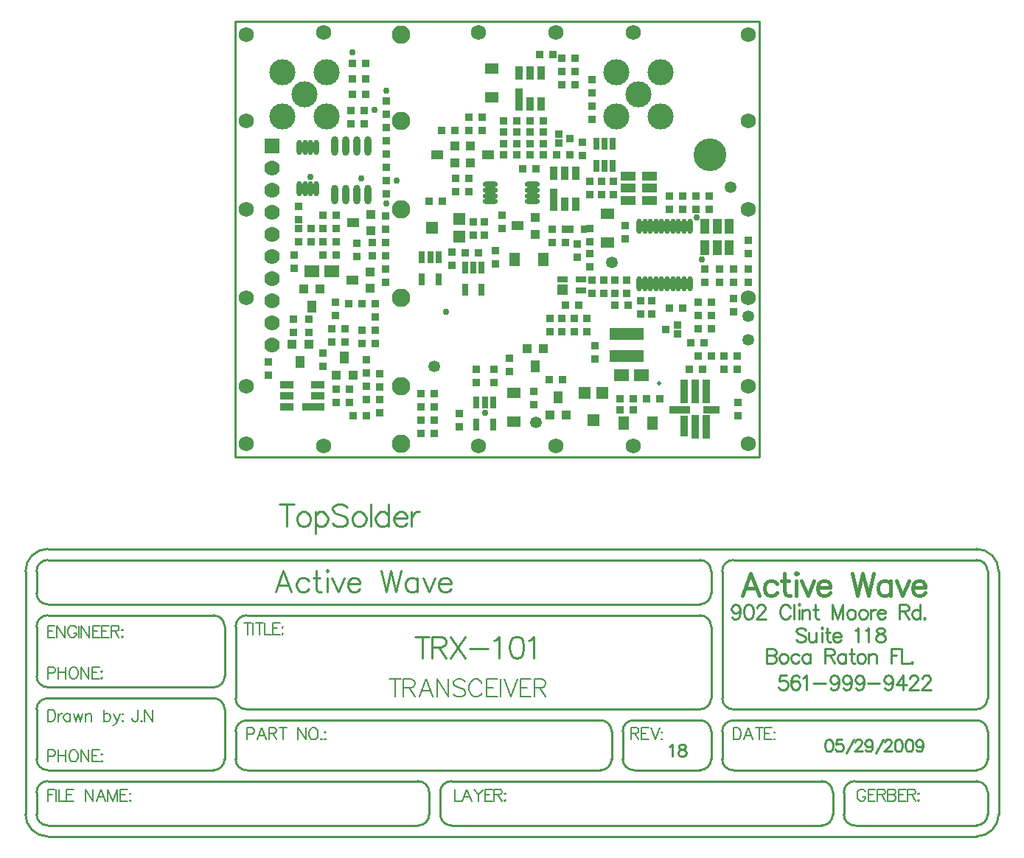
<source format=gts>
%FSLAX23Y23*%
%MOIN*%
G70*
G01*
G75*
G04 Layer_Color=8388736*
%ADD10R,0.030X0.030*%
%ADD11R,0.030X0.030*%
%ADD12R,0.025X0.055*%
%ADD13R,0.025X0.095*%
%ADD14R,0.040X0.055*%
%ADD15R,0.055X0.040*%
%ADD16R,0.036X0.050*%
%ADD17R,0.036X0.036*%
%ADD18R,0.060X0.050*%
%ADD19R,0.150X0.050*%
%ADD20C,0.012*%
%ADD21R,0.024X0.024*%
%ADD22R,0.036X0.036*%
%ADD23R,0.050X0.036*%
%ADD24R,0.047X0.047*%
%ADD25R,0.047X0.047*%
%ADD26R,0.039X0.039*%
%ADD27R,0.039X0.020*%
%ADD28O,0.016X0.060*%
%ADD29R,0.020X0.050*%
%ADD30O,0.016X0.060*%
%ADD31O,0.024X0.080*%
%ADD32O,0.060X0.016*%
%ADD33R,0.059X0.031*%
%ADD34R,0.031X0.059*%
%ADD35R,0.090X0.024*%
%ADD36R,0.024X0.100*%
%ADD37R,0.070X0.024*%
%ADD38R,0.024X0.090*%
%ADD39R,0.055X0.025*%
%ADD40R,0.095X0.025*%
%ADD41R,0.020X0.030*%
%ADD42C,0.014*%
%ADD43C,0.012*%
%ADD44C,0.010*%
%ADD45C,0.030*%
%ADD46C,0.020*%
%ADD47C,0.008*%
%ADD48C,0.009*%
%ADD49C,0.005*%
%ADD50C,0.015*%
%ADD51C,0.045*%
%ADD52C,0.075*%
%ADD53C,0.140*%
%ADD54C,0.060*%
%ADD55C,0.062*%
%ADD56R,0.062X0.062*%
%ADD57C,0.110*%
%ADD58C,0.022*%
%ADD59C,0.010*%
%ADD60C,0.006*%
%ADD61R,0.038X0.038*%
%ADD62R,0.038X0.038*%
%ADD63R,0.033X0.063*%
%ADD64R,0.033X0.103*%
%ADD65R,0.048X0.063*%
%ADD66R,0.063X0.048*%
%ADD67R,0.044X0.058*%
%ADD68R,0.044X0.044*%
%ADD69R,0.068X0.058*%
%ADD70R,0.158X0.058*%
%ADD71C,0.020*%
%ADD72R,0.032X0.032*%
%ADD73R,0.044X0.044*%
%ADD74R,0.058X0.044*%
%ADD75R,0.055X0.055*%
%ADD76R,0.055X0.055*%
%ADD77R,0.047X0.047*%
%ADD78R,0.047X0.028*%
%ADD79O,0.024X0.068*%
%ADD80R,0.028X0.058*%
%ADD81O,0.024X0.068*%
%ADD82O,0.032X0.088*%
%ADD83O,0.068X0.024*%
%ADD84R,0.067X0.039*%
%ADD85R,0.039X0.067*%
%ADD86R,0.098X0.032*%
%ADD87R,0.032X0.108*%
%ADD88R,0.078X0.032*%
%ADD89R,0.032X0.098*%
%ADD90R,0.063X0.033*%
%ADD91R,0.103X0.033*%
%ADD92R,0.028X0.038*%
%ADD93C,0.053*%
%ADD94C,0.083*%
%ADD95C,0.148*%
%ADD96C,0.068*%
%ADD97C,0.070*%
%ADD98R,0.070X0.070*%
%ADD99C,0.118*%
%ADD100C,0.030*%
D44*
X183Y-275D02*
Y-375D01*
X150Y-275D02*
X217D01*
X252Y-308D02*
X243Y-313D01*
X233Y-323D01*
X229Y-337D01*
Y-346D01*
X233Y-361D01*
X243Y-370D01*
X252Y-375D01*
X267D01*
X276Y-370D01*
X286Y-361D01*
X290Y-346D01*
Y-337D01*
X286Y-323D01*
X276Y-313D01*
X267Y-308D01*
X252D01*
X312D02*
Y-408D01*
Y-323D02*
X322Y-313D01*
X331Y-308D01*
X346D01*
X355Y-313D01*
X365Y-323D01*
X369Y-337D01*
Y-346D01*
X365Y-361D01*
X355Y-370D01*
X346Y-375D01*
X331D01*
X322Y-370D01*
X312Y-361D01*
X458Y-289D02*
X448Y-280D01*
X434Y-275D01*
X415D01*
X400Y-280D01*
X391Y-289D01*
Y-299D01*
X396Y-308D01*
X400Y-313D01*
X410Y-318D01*
X439Y-327D01*
X448Y-332D01*
X453Y-337D01*
X458Y-346D01*
Y-361D01*
X448Y-370D01*
X434Y-375D01*
X415D01*
X400Y-370D01*
X391Y-361D01*
X504Y-308D02*
X494Y-313D01*
X485Y-323D01*
X480Y-337D01*
Y-346D01*
X485Y-361D01*
X494Y-370D01*
X504Y-375D01*
X518D01*
X528Y-370D01*
X537Y-361D01*
X542Y-346D01*
Y-337D01*
X537Y-323D01*
X528Y-313D01*
X518Y-308D01*
X504D01*
X564Y-275D02*
Y-375D01*
X642Y-275D02*
Y-375D01*
Y-323D02*
X632Y-313D01*
X623Y-308D01*
X608D01*
X599Y-313D01*
X589Y-323D01*
X585Y-337D01*
Y-346D01*
X589Y-361D01*
X599Y-370D01*
X608Y-375D01*
X623D01*
X632Y-370D01*
X642Y-361D01*
X668Y-337D02*
X726D01*
Y-327D01*
X721Y-318D01*
X716Y-313D01*
X707Y-308D01*
X692D01*
X683Y-313D01*
X673Y-323D01*
X668Y-337D01*
Y-346D01*
X673Y-361D01*
X683Y-370D01*
X692Y-375D01*
X707D01*
X716Y-370D01*
X726Y-361D01*
X747Y-308D02*
Y-375D01*
Y-337D02*
X752Y-323D01*
X761Y-313D01*
X771Y-308D01*
X785D01*
X2163Y1304D02*
G03*
X2163Y1304I-65J0D01*
G01*
X-50Y1910D02*
X2320D01*
Y-60D02*
Y1910D01*
X-50Y-60D02*
X2320D01*
X-50Y-60D02*
Y1910D01*
X3352Y-1301D02*
G03*
X3303Y-1252I-49J0D01*
G01*
X2202D02*
G03*
X2152Y-1302I0J-50D01*
G01*
X3302Y-1202D02*
G03*
X3352Y-1152I0J50D01*
G01*
X2152D02*
G03*
X2202Y-1202I50J0D01*
G01*
X-898Y-477D02*
G03*
X-998Y-577I0J-100D01*
G01*
Y-1676D02*
G03*
X-899Y-1777I101J0D01*
G01*
X3302Y-1777D02*
G03*
X3402Y-1677I0J100D01*
G01*
Y-577D02*
G03*
X3302Y-477I-100J0D01*
G01*
X3352Y-576D02*
G03*
X3301Y-527I-49J0D01*
G01*
X3302Y-1477D02*
G03*
X3352Y-1427I0J50D01*
G01*
X3352Y-1576D02*
G03*
X3302Y-1527I-50J-1D01*
G01*
Y-1727D02*
G03*
X3352Y-1677I0J50D01*
G01*
X2052Y-1477D02*
G03*
X2102Y-1427I0J50D01*
G01*
X2152Y-1428D02*
G03*
X2202Y-1477I49J0D01*
G01*
X2102Y-1301D02*
G03*
X2053Y-1252I-49J0D01*
G01*
X-948Y-1677D02*
G03*
X-899Y-1727I50J0D01*
G01*
X2053Y-1202D02*
G03*
X2102Y-1152I-1J50D01*
G01*
X-898Y-1527D02*
G03*
X-948Y-1577I0J-50D01*
G01*
X2102Y-827D02*
G03*
X2052Y-777I-50J0D01*
G01*
Y-727D02*
G03*
X2102Y-677I0J50D01*
G01*
X2202Y-527D02*
G03*
X2152Y-577I0J-50D01*
G01*
X2102D02*
G03*
X2052Y-527I-50J0D01*
G01*
X-898D02*
G03*
X-948Y-577I0J-50D01*
G01*
Y-677D02*
G03*
X-898Y-727I50J0D01*
G01*
Y-777D02*
G03*
X-948Y-827I0J-50D01*
G01*
Y-1052D02*
G03*
X-898Y-1102I50J0D01*
G01*
Y-1152D02*
G03*
X-948Y-1202I0J-50D01*
G01*
Y-1427D02*
G03*
X-899Y-1477I50J0D01*
G01*
X2Y-777D02*
G03*
X-48Y-827I0J-50D01*
G01*
X2Y-1252D02*
G03*
X-48Y-1302I0J-50D01*
G01*
X1750Y-1252D02*
G03*
X1702Y-1302I0J-48D01*
G01*
X1702Y-1426D02*
G03*
X1752Y-1477I51J0D01*
G01*
X1603Y-1477D02*
G03*
X1652Y-1427I0J49D01*
G01*
X1652Y-1301D02*
G03*
X1603Y-1252I-49J0D01*
G01*
X-147Y-1477D02*
G03*
X-98Y-1428I0J49D01*
G01*
X-48D02*
G03*
X1Y-1477I49J0D01*
G01*
X-48Y-1153D02*
G03*
X1Y-1202I49J0D01*
G01*
X-98Y-1201D02*
G03*
X-149Y-1152I-49J0D01*
G01*
X-146Y-1102D02*
G03*
X-98Y-1054I0J48D01*
G01*
Y-826D02*
G03*
X-147Y-777I-49J0D01*
G01*
X2752Y-1527D02*
G03*
X2702Y-1577I0J-50D01*
G01*
Y-1678D02*
G03*
X2752Y-1727I49J0D01*
G01*
X2603Y-1727D02*
G03*
X2652Y-1677I1J48D01*
G01*
X2652Y-1577D02*
G03*
X2602Y-1527I-50J0D01*
G01*
X877Y-1677D02*
G03*
X926Y-1727I50J0D01*
G01*
X927Y-1527D02*
G03*
X877Y-1577I0J-50D01*
G01*
X778Y-1727D02*
G03*
X827Y-1677I1J48D01*
G01*
X827Y-1577D02*
G03*
X777Y-1527I-50J0D01*
G01*
X3352Y-1427D02*
Y-1301D01*
X2152Y-1427D02*
Y-1302D01*
X3352Y-1152D02*
Y-577D01*
X2152Y-1152D02*
Y-577D01*
X-998Y-1677D02*
Y-577D01*
X-948Y-1677D02*
Y-1577D01*
X3352Y-1677D02*
Y-1577D01*
X2102Y-1427D02*
Y-1302D01*
X1702Y-1427D02*
Y-1302D01*
X-48Y-1427D02*
Y-1302D01*
X1652Y-1427D02*
Y-1302D01*
X-48Y-1152D02*
Y-827D01*
X2102Y-1152D02*
Y-827D01*
Y-677D02*
Y-577D01*
X-948Y-677D02*
Y-577D01*
X-98Y-1052D02*
Y-827D01*
X-948Y-1052D02*
Y-827D01*
X-98Y-1427D02*
Y-1202D01*
X-948Y-1427D02*
Y-1202D01*
X3402Y-1677D02*
Y-577D01*
X2702Y-1677D02*
Y-1577D01*
X2652Y-1677D02*
Y-1577D01*
X877Y-1677D02*
Y-1577D01*
X827Y-1677D02*
Y-1577D01*
X2202Y-1252D02*
X3302D01*
X2202Y-1202D02*
X3302D01*
X2D02*
X2052D01*
X2202Y-527D02*
X3302D01*
X2202Y-1477D02*
X3302D01*
X1752Y-1252D02*
X2052D01*
X1752Y-1477D02*
X2052D01*
X2D02*
X1602D01*
X2Y-1252D02*
X1602D01*
X2Y-777D02*
X2052D01*
X-898Y-727D02*
X2052D01*
X-898Y-777D02*
X-148D01*
X-898Y-1102D02*
X-148D01*
X-898Y-1152D02*
X-148D01*
X-898Y-1477D02*
X-148D01*
X-898Y-477D02*
X3302D01*
X-898Y-1777D02*
X3302D01*
X-898Y-527D02*
X2052D01*
X2752Y-1527D02*
X3302D01*
X2752Y-1727D02*
X3302D01*
X927Y-1527D02*
X2602D01*
X-898D02*
X777D01*
X-898Y-1727D02*
X777D01*
X927D02*
X2602D01*
X2353Y-929D02*
Y-993D01*
Y-929D02*
X2380D01*
X2389Y-932D01*
X2392Y-935D01*
X2396Y-941D01*
Y-947D01*
X2392Y-953D01*
X2389Y-956D01*
X2380Y-959D01*
X2353D02*
X2380D01*
X2389Y-962D01*
X2392Y-965D01*
X2396Y-971D01*
Y-981D01*
X2392Y-987D01*
X2389Y-990D01*
X2380Y-993D01*
X2353D01*
X2425Y-950D02*
X2419Y-953D01*
X2413Y-959D01*
X2410Y-968D01*
Y-974D01*
X2413Y-984D01*
X2419Y-990D01*
X2425Y-993D01*
X2434D01*
X2440Y-990D01*
X2446Y-984D01*
X2449Y-974D01*
Y-968D01*
X2446Y-959D01*
X2440Y-953D01*
X2434Y-950D01*
X2425D01*
X2500Y-959D02*
X2494Y-953D01*
X2488Y-950D01*
X2479D01*
X2473Y-953D01*
X2467Y-959D01*
X2463Y-968D01*
Y-974D01*
X2467Y-984D01*
X2473Y-990D01*
X2479Y-993D01*
X2488D01*
X2494Y-990D01*
X2500Y-984D01*
X2550Y-950D02*
Y-993D01*
Y-959D02*
X2544Y-953D01*
X2538Y-950D01*
X2529D01*
X2523Y-953D01*
X2517Y-959D01*
X2514Y-968D01*
Y-974D01*
X2517Y-984D01*
X2523Y-990D01*
X2529Y-993D01*
X2538D01*
X2544Y-990D01*
X2550Y-984D01*
X2618Y-929D02*
Y-993D01*
Y-929D02*
X2645D01*
X2654Y-932D01*
X2657Y-935D01*
X2660Y-941D01*
Y-947D01*
X2657Y-953D01*
X2654Y-956D01*
X2645Y-959D01*
X2618D01*
X2639D02*
X2660Y-993D01*
X2711Y-950D02*
Y-993D01*
Y-959D02*
X2705Y-953D01*
X2699Y-950D01*
X2690D01*
X2684Y-953D01*
X2678Y-959D01*
X2675Y-968D01*
Y-974D01*
X2678Y-984D01*
X2684Y-990D01*
X2690Y-993D01*
X2699D01*
X2705Y-990D01*
X2711Y-984D01*
X2737Y-929D02*
Y-981D01*
X2740Y-990D01*
X2747Y-993D01*
X2753D01*
X2728Y-950D02*
X2750D01*
X2777D02*
X2771Y-953D01*
X2765Y-959D01*
X2762Y-968D01*
Y-974D01*
X2765Y-984D01*
X2771Y-990D01*
X2777Y-993D01*
X2786D01*
X2792Y-990D01*
X2798Y-984D01*
X2801Y-974D01*
Y-968D01*
X2798Y-959D01*
X2792Y-953D01*
X2786Y-950D01*
X2777D01*
X2815D02*
Y-993D01*
Y-962D02*
X2825Y-953D01*
X2831Y-950D01*
X2840D01*
X2846Y-953D01*
X2849Y-962D01*
Y-993D01*
X2916Y-929D02*
Y-993D01*
Y-929D02*
X2956D01*
X2916Y-959D02*
X2940D01*
X2963Y-929D02*
Y-993D01*
X2999D01*
X3009Y-987D02*
X3006Y-990D01*
X3009Y-993D01*
X3013Y-990D01*
X3009Y-987D01*
X2232Y-750D02*
X2229Y-759D01*
X2223Y-765D01*
X2214Y-768D01*
X2211D01*
X2202Y-765D01*
X2196Y-759D01*
X2193Y-750D01*
Y-747D01*
X2196Y-738D01*
X2202Y-732D01*
X2211Y-729D01*
X2214D01*
X2223Y-732D01*
X2229Y-738D01*
X2232Y-750D01*
Y-765D01*
X2229Y-781D01*
X2223Y-790D01*
X2214Y-793D01*
X2208D01*
X2199Y-790D01*
X2196Y-784D01*
X2268Y-729D02*
X2259Y-732D01*
X2253Y-741D01*
X2250Y-756D01*
Y-765D01*
X2253Y-781D01*
X2259Y-790D01*
X2268Y-793D01*
X2274D01*
X2283Y-790D01*
X2289Y-781D01*
X2292Y-765D01*
Y-756D01*
X2289Y-741D01*
X2283Y-732D01*
X2274Y-729D01*
X2268D01*
X2310Y-744D02*
Y-741D01*
X2313Y-735D01*
X2316Y-732D01*
X2322Y-729D01*
X2334D01*
X2340Y-732D01*
X2343Y-735D01*
X2346Y-741D01*
Y-747D01*
X2343Y-753D01*
X2337Y-762D01*
X2307Y-793D01*
X2349D01*
X2460Y-744D02*
X2457Y-738D01*
X2451Y-732D01*
X2445Y-729D01*
X2432D01*
X2426Y-732D01*
X2420Y-738D01*
X2417Y-744D01*
X2414Y-753D01*
Y-768D01*
X2417Y-777D01*
X2420Y-784D01*
X2426Y-790D01*
X2432Y-793D01*
X2445D01*
X2451Y-790D01*
X2457Y-784D01*
X2460Y-777D01*
X2478Y-729D02*
Y-793D01*
X2497Y-729D02*
X2500Y-732D01*
X2503Y-729D01*
X2500Y-726D01*
X2497Y-729D01*
X2500Y-750D02*
Y-793D01*
X2515Y-750D02*
Y-793D01*
Y-762D02*
X2524Y-753D01*
X2530Y-750D01*
X2539D01*
X2545Y-753D01*
X2548Y-762D01*
Y-793D01*
X2574Y-729D02*
Y-781D01*
X2577Y-790D01*
X2583Y-793D01*
X2589D01*
X2565Y-750D02*
X2586D01*
X2649Y-729D02*
Y-793D01*
Y-729D02*
X2673Y-793D01*
X2697Y-729D02*
X2673Y-793D01*
X2697Y-729D02*
Y-793D01*
X2731Y-750D02*
X2725Y-753D01*
X2719Y-759D01*
X2716Y-768D01*
Y-774D01*
X2719Y-784D01*
X2725Y-790D01*
X2731Y-793D01*
X2740D01*
X2746Y-790D01*
X2752Y-784D01*
X2755Y-774D01*
Y-768D01*
X2752Y-759D01*
X2746Y-753D01*
X2740Y-750D01*
X2731D01*
X2785D02*
X2778Y-753D01*
X2772Y-759D01*
X2769Y-768D01*
Y-774D01*
X2772Y-784D01*
X2778Y-790D01*
X2785Y-793D01*
X2794D01*
X2800Y-790D01*
X2806Y-784D01*
X2809Y-774D01*
Y-768D01*
X2806Y-759D01*
X2800Y-753D01*
X2794Y-750D01*
X2785D01*
X2823D02*
Y-793D01*
Y-768D02*
X2826Y-759D01*
X2832Y-753D01*
X2838Y-750D01*
X2847D01*
X2853Y-768D02*
X2890D01*
Y-762D01*
X2887Y-756D01*
X2884Y-753D01*
X2878Y-750D01*
X2868D01*
X2862Y-753D01*
X2856Y-759D01*
X2853Y-768D01*
Y-774D01*
X2856Y-784D01*
X2862Y-790D01*
X2868Y-793D01*
X2878D01*
X2884Y-790D01*
X2890Y-784D01*
X2954Y-729D02*
Y-793D01*
Y-729D02*
X2981D01*
X2990Y-732D01*
X2993Y-735D01*
X2996Y-741D01*
Y-747D01*
X2993Y-753D01*
X2990Y-756D01*
X2981Y-759D01*
X2954D01*
X2975D02*
X2996Y-793D01*
X3047Y-729D02*
Y-793D01*
Y-759D02*
X3041Y-753D01*
X3035Y-750D01*
X3026D01*
X3020Y-753D01*
X3014Y-759D01*
X3011Y-768D01*
Y-774D01*
X3014Y-784D01*
X3020Y-790D01*
X3026Y-793D01*
X3035D01*
X3041Y-790D01*
X3047Y-784D01*
X3067Y-787D02*
X3064Y-790D01*
X3067Y-793D01*
X3070Y-790D01*
X3067Y-787D01*
X2444Y-1049D02*
X2414D01*
X2411Y-1076D01*
X2414Y-1073D01*
X2423Y-1070D01*
X2432D01*
X2441Y-1073D01*
X2447Y-1079D01*
X2451Y-1088D01*
Y-1094D01*
X2447Y-1104D01*
X2441Y-1110D01*
X2432Y-1113D01*
X2423D01*
X2414Y-1110D01*
X2411Y-1107D01*
X2408Y-1101D01*
X2501Y-1058D02*
X2498Y-1052D01*
X2489Y-1049D01*
X2483D01*
X2474Y-1052D01*
X2468Y-1061D01*
X2465Y-1076D01*
Y-1091D01*
X2468Y-1104D01*
X2474Y-1110D01*
X2483Y-1113D01*
X2486D01*
X2495Y-1110D01*
X2501Y-1104D01*
X2504Y-1094D01*
Y-1091D01*
X2501Y-1082D01*
X2495Y-1076D01*
X2486Y-1073D01*
X2483D01*
X2474Y-1076D01*
X2468Y-1082D01*
X2465Y-1091D01*
X2518Y-1061D02*
X2525Y-1058D01*
X2534Y-1049D01*
Y-1113D01*
X2565Y-1085D02*
X2620D01*
X2679Y-1070D02*
X2676Y-1079D01*
X2670Y-1085D01*
X2660Y-1088D01*
X2657D01*
X2648Y-1085D01*
X2642Y-1079D01*
X2639Y-1070D01*
Y-1067D01*
X2642Y-1058D01*
X2648Y-1052D01*
X2657Y-1049D01*
X2660D01*
X2670Y-1052D01*
X2676Y-1058D01*
X2679Y-1070D01*
Y-1085D01*
X2676Y-1101D01*
X2670Y-1110D01*
X2660Y-1113D01*
X2654D01*
X2645Y-1110D01*
X2642Y-1104D01*
X2736Y-1070D02*
X2733Y-1079D01*
X2727Y-1085D01*
X2717Y-1088D01*
X2714D01*
X2705Y-1085D01*
X2699Y-1079D01*
X2696Y-1070D01*
Y-1067D01*
X2699Y-1058D01*
X2705Y-1052D01*
X2714Y-1049D01*
X2717D01*
X2727Y-1052D01*
X2733Y-1058D01*
X2736Y-1070D01*
Y-1085D01*
X2733Y-1101D01*
X2727Y-1110D01*
X2717Y-1113D01*
X2711D01*
X2702Y-1110D01*
X2699Y-1104D01*
X2793Y-1070D02*
X2790Y-1079D01*
X2784Y-1085D01*
X2774Y-1088D01*
X2771D01*
X2762Y-1085D01*
X2756Y-1079D01*
X2753Y-1070D01*
Y-1067D01*
X2756Y-1058D01*
X2762Y-1052D01*
X2771Y-1049D01*
X2774D01*
X2784Y-1052D01*
X2790Y-1058D01*
X2793Y-1070D01*
Y-1085D01*
X2790Y-1101D01*
X2784Y-1110D01*
X2774Y-1113D01*
X2768D01*
X2759Y-1110D01*
X2756Y-1104D01*
X2810Y-1085D02*
X2865D01*
X2923Y-1070D02*
X2920Y-1079D01*
X2914Y-1085D01*
X2905Y-1088D01*
X2902D01*
X2893Y-1085D01*
X2887Y-1079D01*
X2884Y-1070D01*
Y-1067D01*
X2887Y-1058D01*
X2893Y-1052D01*
X2902Y-1049D01*
X2905D01*
X2914Y-1052D01*
X2920Y-1058D01*
X2923Y-1070D01*
Y-1085D01*
X2920Y-1101D01*
X2914Y-1110D01*
X2905Y-1113D01*
X2899D01*
X2890Y-1110D01*
X2887Y-1104D01*
X2971Y-1049D02*
X2941Y-1091D01*
X2986D01*
X2971Y-1049D02*
Y-1113D01*
X3001Y-1064D02*
Y-1061D01*
X3004Y-1055D01*
X3007Y-1052D01*
X3013Y-1049D01*
X3025D01*
X3031Y-1052D01*
X3034Y-1055D01*
X3037Y-1061D01*
Y-1067D01*
X3034Y-1073D01*
X3028Y-1082D01*
X2998Y-1113D01*
X3040D01*
X3058Y-1064D02*
Y-1061D01*
X3061Y-1055D01*
X3064Y-1052D01*
X3070Y-1049D01*
X3082D01*
X3088Y-1052D01*
X3091Y-1055D01*
X3094Y-1061D01*
Y-1067D01*
X3091Y-1073D01*
X3085Y-1082D01*
X3055Y-1113D01*
X3097D01*
X2531Y-843D02*
X2524Y-837D01*
X2515Y-834D01*
X2503D01*
X2494Y-837D01*
X2488Y-843D01*
Y-849D01*
X2491Y-855D01*
X2494Y-858D01*
X2500Y-861D01*
X2518Y-867D01*
X2524Y-870D01*
X2527Y-873D01*
X2531Y-879D01*
Y-889D01*
X2524Y-895D01*
X2515Y-898D01*
X2503D01*
X2494Y-895D01*
X2488Y-889D01*
X2545Y-855D02*
Y-886D01*
X2548Y-895D01*
X2554Y-898D01*
X2563D01*
X2569Y-895D01*
X2578Y-886D01*
Y-855D02*
Y-898D01*
X2601Y-834D02*
X2604Y-837D01*
X2607Y-834D01*
X2604Y-831D01*
X2601Y-834D01*
X2604Y-855D02*
Y-898D01*
X2628Y-834D02*
Y-886D01*
X2631Y-895D01*
X2637Y-898D01*
X2643D01*
X2619Y-855D02*
X2640D01*
X2652Y-873D02*
X2689D01*
Y-867D01*
X2686Y-861D01*
X2683Y-858D01*
X2676Y-855D01*
X2667D01*
X2661Y-858D01*
X2655Y-864D01*
X2652Y-873D01*
Y-879D01*
X2655Y-889D01*
X2661Y-895D01*
X2667Y-898D01*
X2676D01*
X2683Y-895D01*
X2689Y-889D01*
X2753Y-846D02*
X2759Y-843D01*
X2768Y-834D01*
Y-898D01*
X2800Y-846D02*
X2806Y-843D01*
X2815Y-834D01*
Y-898D01*
X2862Y-834D02*
X2853Y-837D01*
X2850Y-843D01*
Y-849D01*
X2853Y-855D01*
X2859Y-858D01*
X2871Y-861D01*
X2880Y-864D01*
X2886Y-870D01*
X2889Y-876D01*
Y-886D01*
X2886Y-892D01*
X2883Y-895D01*
X2874Y-898D01*
X2862D01*
X2853Y-895D01*
X2850Y-892D01*
X2846Y-886D01*
Y-876D01*
X2850Y-870D01*
X2856Y-864D01*
X2865Y-861D01*
X2877Y-858D01*
X2883Y-855D01*
X2886Y-849D01*
Y-843D01*
X2883Y-837D01*
X2874Y-834D01*
X2862D01*
D47*
X-490Y-1205D02*
Y-1245D01*
X-492Y-1253D01*
X-495Y-1255D01*
X-500Y-1258D01*
X-505D01*
X-510Y-1255D01*
X-513Y-1253D01*
X-515Y-1245D01*
Y-1240D01*
X-474Y-1253D02*
X-476Y-1255D01*
X-474Y-1258D01*
X-471Y-1255D01*
X-474Y-1253D01*
X-459Y-1205D02*
Y-1258D01*
Y-1205D02*
X-424Y-1258D01*
Y-1205D02*
Y-1258D01*
X675Y-1066D02*
Y-1146D01*
X648Y-1066D02*
X701D01*
X711D02*
Y-1146D01*
Y-1066D02*
X745D01*
X757Y-1070D01*
X760Y-1074D01*
X764Y-1081D01*
Y-1089D01*
X760Y-1096D01*
X757Y-1100D01*
X745Y-1104D01*
X711D01*
X738D02*
X764Y-1146D01*
X843D02*
X813Y-1066D01*
X782Y-1146D01*
X793Y-1119D02*
X832D01*
X862Y-1066D02*
Y-1146D01*
Y-1066D02*
X915Y-1146D01*
Y-1066D02*
Y-1146D01*
X990Y-1077D02*
X983Y-1070D01*
X971Y-1066D01*
X956D01*
X945Y-1070D01*
X937Y-1077D01*
Y-1085D01*
X941Y-1093D01*
X945Y-1096D01*
X952Y-1100D01*
X975Y-1108D01*
X983Y-1112D01*
X987Y-1116D01*
X990Y-1123D01*
Y-1135D01*
X983Y-1142D01*
X971Y-1146D01*
X956D01*
X945Y-1142D01*
X937Y-1135D01*
X1065Y-1085D02*
X1062Y-1077D01*
X1054Y-1070D01*
X1046Y-1066D01*
X1031D01*
X1024Y-1070D01*
X1016Y-1077D01*
X1012Y-1085D01*
X1008Y-1096D01*
Y-1116D01*
X1012Y-1127D01*
X1016Y-1135D01*
X1024Y-1142D01*
X1031Y-1146D01*
X1046D01*
X1054Y-1142D01*
X1062Y-1135D01*
X1065Y-1127D01*
X1137Y-1066D02*
X1088D01*
Y-1146D01*
X1137D01*
X1088Y-1104D02*
X1118D01*
X1151Y-1066D02*
Y-1146D01*
X1168Y-1066D02*
X1198Y-1146D01*
X1228Y-1066D02*
X1198Y-1146D01*
X1288Y-1066D02*
X1239D01*
Y-1146D01*
X1288D01*
X1239Y-1104D02*
X1269D01*
X1302Y-1066D02*
Y-1146D01*
Y-1066D02*
X1336D01*
X1347Y-1070D01*
X1351Y-1074D01*
X1355Y-1081D01*
Y-1089D01*
X1351Y-1096D01*
X1347Y-1100D01*
X1336Y-1104D01*
X1302D01*
X1328D02*
X1355Y-1146D01*
D48*
X1914Y-1371D02*
X1919Y-1369D01*
X1927Y-1361D01*
Y-1414D01*
X1966Y-1361D02*
X1958Y-1364D01*
X1956Y-1369D01*
Y-1374D01*
X1958Y-1379D01*
X1964Y-1381D01*
X1974Y-1384D01*
X1981Y-1386D01*
X1986Y-1392D01*
X1989Y-1397D01*
Y-1404D01*
X1986Y-1409D01*
X1984Y-1412D01*
X1976Y-1414D01*
X1966D01*
X1958Y-1412D01*
X1956Y-1409D01*
X1953Y-1404D01*
Y-1397D01*
X1956Y-1392D01*
X1961Y-1386D01*
X1969Y-1384D01*
X1979Y-1381D01*
X1984Y-1379D01*
X1986Y-1374D01*
Y-1369D01*
X1984Y-1364D01*
X1976Y-1361D01*
X1966D01*
X796Y-874D02*
Y-970D01*
X764Y-874D02*
X828D01*
X839D02*
Y-970D01*
Y-874D02*
X881D01*
X894Y-879D01*
X899Y-883D01*
X903Y-892D01*
Y-901D01*
X899Y-911D01*
X894Y-915D01*
X881Y-920D01*
X839D01*
X871D02*
X903Y-970D01*
X925Y-874D02*
X989Y-970D01*
Y-874D02*
X925Y-970D01*
X1010Y-929D02*
X1093D01*
X1121Y-892D02*
X1130Y-888D01*
X1144Y-874D01*
Y-970D01*
X1219Y-874D02*
X1205Y-879D01*
X1196Y-892D01*
X1191Y-915D01*
Y-929D01*
X1196Y-952D01*
X1205Y-965D01*
X1219Y-970D01*
X1228D01*
X1242Y-965D01*
X1251Y-952D01*
X1255Y-929D01*
Y-915D01*
X1251Y-892D01*
X1242Y-879D01*
X1228Y-874D01*
X1219D01*
X1277Y-892D02*
X1286Y-888D01*
X1300Y-874D01*
Y-970D01*
X205Y-672D02*
X168Y-576D01*
X132Y-672D01*
X145Y-640D02*
X191D01*
X282Y-622D02*
X273Y-612D01*
X264Y-608D01*
X250D01*
X241Y-612D01*
X232Y-622D01*
X227Y-635D01*
Y-644D01*
X232Y-658D01*
X241Y-667D01*
X250Y-672D01*
X264D01*
X273Y-667D01*
X282Y-658D01*
X316Y-576D02*
Y-654D01*
X321Y-667D01*
X330Y-672D01*
X339D01*
X303Y-608D02*
X335D01*
X362Y-576D02*
X367Y-580D01*
X371Y-576D01*
X367Y-571D01*
X362Y-576D01*
X367Y-608D02*
Y-672D01*
X388Y-608D02*
X416Y-672D01*
X443Y-608D02*
X416Y-672D01*
X459Y-635D02*
X513D01*
Y-626D01*
X509Y-617D01*
X504Y-612D01*
X495Y-608D01*
X481D01*
X472Y-612D01*
X463Y-622D01*
X459Y-635D01*
Y-644D01*
X463Y-658D01*
X472Y-667D01*
X481Y-672D01*
X495D01*
X504Y-667D01*
X513Y-658D01*
X609Y-576D02*
X632Y-672D01*
X655Y-576D02*
X632Y-672D01*
X655Y-576D02*
X678Y-672D01*
X701Y-576D02*
X678Y-672D01*
X775Y-608D02*
Y-672D01*
Y-622D02*
X766Y-612D01*
X757Y-608D01*
X743D01*
X734Y-612D01*
X725Y-622D01*
X720Y-635D01*
Y-644D01*
X725Y-658D01*
X734Y-667D01*
X743Y-672D01*
X757D01*
X766Y-667D01*
X775Y-658D01*
X800Y-608D02*
X828Y-672D01*
X855Y-608D02*
X828Y-672D01*
X871Y-635D02*
X926D01*
Y-626D01*
X921Y-617D01*
X917Y-612D01*
X907Y-608D01*
X894D01*
X885Y-612D01*
X875Y-622D01*
X871Y-635D01*
Y-644D01*
X875Y-658D01*
X885Y-667D01*
X894Y-672D01*
X907D01*
X917Y-667D01*
X926Y-658D01*
X2632Y-1339D02*
X2624Y-1342D01*
X2619Y-1349D01*
X2617Y-1362D01*
Y-1370D01*
X2619Y-1382D01*
X2624Y-1390D01*
X2632Y-1392D01*
X2637D01*
X2644Y-1390D01*
X2650Y-1382D01*
X2652Y-1370D01*
Y-1362D01*
X2650Y-1349D01*
X2644Y-1342D01*
X2637Y-1339D01*
X2632D01*
X2695D02*
X2669D01*
X2667Y-1362D01*
X2669Y-1359D01*
X2677Y-1357D01*
X2684D01*
X2692Y-1359D01*
X2697Y-1364D01*
X2700Y-1372D01*
Y-1377D01*
X2697Y-1385D01*
X2692Y-1390D01*
X2684Y-1392D01*
X2677D01*
X2669Y-1390D01*
X2667Y-1387D01*
X2664Y-1382D01*
X2712Y-1400D02*
X2747Y-1339D01*
X2753Y-1352D02*
Y-1349D01*
X2756Y-1344D01*
X2758Y-1342D01*
X2763Y-1339D01*
X2773D01*
X2779Y-1342D01*
X2781Y-1344D01*
X2784Y-1349D01*
Y-1354D01*
X2781Y-1359D01*
X2776Y-1367D01*
X2751Y-1392D01*
X2786D01*
X2831Y-1357D02*
X2829Y-1364D01*
X2823Y-1370D01*
X2816Y-1372D01*
X2813D01*
X2806Y-1370D01*
X2801Y-1364D01*
X2798Y-1357D01*
Y-1354D01*
X2801Y-1347D01*
X2806Y-1342D01*
X2813Y-1339D01*
X2816D01*
X2823Y-1342D01*
X2829Y-1347D01*
X2831Y-1357D01*
Y-1370D01*
X2829Y-1382D01*
X2823Y-1390D01*
X2816Y-1392D01*
X2811D01*
X2803Y-1390D01*
X2801Y-1385D01*
X2846Y-1400D02*
X2881Y-1339D01*
X2887Y-1352D02*
Y-1349D01*
X2890Y-1344D01*
X2892Y-1342D01*
X2897Y-1339D01*
X2908D01*
X2913Y-1342D01*
X2915Y-1344D01*
X2918Y-1349D01*
Y-1354D01*
X2915Y-1359D01*
X2910Y-1367D01*
X2885Y-1392D01*
X2920D01*
X2947Y-1339D02*
X2940Y-1342D01*
X2935Y-1349D01*
X2932Y-1362D01*
Y-1370D01*
X2935Y-1382D01*
X2940Y-1390D01*
X2947Y-1392D01*
X2952D01*
X2960Y-1390D01*
X2965Y-1382D01*
X2968Y-1370D01*
Y-1362D01*
X2965Y-1349D01*
X2960Y-1342D01*
X2952Y-1339D01*
X2947D01*
X2995D02*
X2987Y-1342D01*
X2982Y-1349D01*
X2980Y-1362D01*
Y-1370D01*
X2982Y-1382D01*
X2987Y-1390D01*
X2995Y-1392D01*
X3000D01*
X3008Y-1390D01*
X3013Y-1382D01*
X3015Y-1370D01*
Y-1362D01*
X3013Y-1349D01*
X3008Y-1342D01*
X3000Y-1339D01*
X2995D01*
X3060Y-1357D02*
X3058Y-1364D01*
X3053Y-1370D01*
X3045Y-1372D01*
X3042D01*
X3035Y-1370D01*
X3030Y-1364D01*
X3027Y-1357D01*
Y-1354D01*
X3030Y-1347D01*
X3035Y-1342D01*
X3042Y-1339D01*
X3045D01*
X3053Y-1342D01*
X3058Y-1347D01*
X3060Y-1357D01*
Y-1370D01*
X3058Y-1382D01*
X3053Y-1390D01*
X3045Y-1392D01*
X3040D01*
X3032Y-1390D01*
X3030Y-1385D01*
D49*
X2202Y-1286D02*
Y-1339D01*
Y-1286D02*
X2220D01*
X2227Y-1289D01*
X2232Y-1294D01*
X2235Y-1299D01*
X2237Y-1306D01*
Y-1319D01*
X2235Y-1327D01*
X2232Y-1332D01*
X2227Y-1337D01*
X2220Y-1339D01*
X2202D01*
X2290D02*
X2270Y-1286D01*
X2249Y-1339D01*
X2257Y-1322D02*
X2282D01*
X2320Y-1286D02*
Y-1339D01*
X2302Y-1286D02*
X2338D01*
X2377D02*
X2344D01*
Y-1339D01*
X2377D01*
X2344Y-1311D02*
X2365D01*
X2389Y-1304D02*
X2386Y-1306D01*
X2389Y-1309D01*
X2391Y-1306D01*
X2389Y-1304D01*
Y-1334D02*
X2386Y-1337D01*
X2389Y-1339D01*
X2391Y-1337D01*
X2389Y-1334D01*
X1739Y-1286D02*
Y-1339D01*
Y-1286D02*
X1762D01*
X1770Y-1289D01*
X1772Y-1291D01*
X1775Y-1296D01*
Y-1301D01*
X1772Y-1306D01*
X1770Y-1309D01*
X1762Y-1311D01*
X1739D01*
X1757D02*
X1775Y-1339D01*
X1820Y-1286D02*
X1787D01*
Y-1339D01*
X1820D01*
X1787Y-1311D02*
X1807D01*
X1829Y-1286D02*
X1849Y-1339D01*
X1869Y-1286D02*
X1849Y-1339D01*
X1879Y-1304D02*
X1876Y-1306D01*
X1879Y-1309D01*
X1881Y-1306D01*
X1879Y-1304D01*
Y-1334D02*
X1876Y-1337D01*
X1879Y-1339D01*
X1881Y-1337D01*
X1879Y-1334D01*
X-898Y-1039D02*
X-875D01*
X-868Y-1036D01*
X-865Y-1034D01*
X-863Y-1029D01*
Y-1021D01*
X-865Y-1016D01*
X-868Y-1014D01*
X-875Y-1011D01*
X-898D01*
Y-1064D01*
X-851Y-1011D02*
Y-1064D01*
X-815Y-1011D02*
Y-1064D01*
X-851Y-1036D02*
X-815D01*
X-785Y-1011D02*
X-790Y-1014D01*
X-795Y-1019D01*
X-798Y-1024D01*
X-800Y-1031D01*
Y-1044D01*
X-798Y-1052D01*
X-795Y-1057D01*
X-790Y-1062D01*
X-785Y-1064D01*
X-775D01*
X-770Y-1062D01*
X-765Y-1057D01*
X-762Y-1052D01*
X-760Y-1044D01*
Y-1031D01*
X-762Y-1024D01*
X-765Y-1019D01*
X-770Y-1014D01*
X-775Y-1011D01*
X-785D01*
X-747D02*
Y-1064D01*
Y-1011D02*
X-712Y-1064D01*
Y-1011D02*
Y-1064D01*
X-664Y-1011D02*
X-697D01*
Y-1064D01*
X-664D01*
X-697Y-1036D02*
X-677D01*
X-653Y-1029D02*
X-655Y-1031D01*
X-653Y-1034D01*
X-650Y-1031D01*
X-653Y-1029D01*
Y-1059D02*
X-655Y-1062D01*
X-653Y-1064D01*
X-650Y-1062D01*
X-653Y-1059D01*
X-898Y-1414D02*
X-875D01*
X-868Y-1411D01*
X-865Y-1409D01*
X-863Y-1404D01*
Y-1396D01*
X-865Y-1391D01*
X-868Y-1389D01*
X-875Y-1386D01*
X-898D01*
Y-1439D01*
X-851Y-1386D02*
Y-1439D01*
X-815Y-1386D02*
Y-1439D01*
X-851Y-1411D02*
X-815D01*
X-785Y-1386D02*
X-790Y-1389D01*
X-795Y-1394D01*
X-798Y-1399D01*
X-800Y-1406D01*
Y-1419D01*
X-798Y-1427D01*
X-795Y-1432D01*
X-790Y-1437D01*
X-785Y-1439D01*
X-775D01*
X-770Y-1437D01*
X-765Y-1432D01*
X-762Y-1427D01*
X-760Y-1419D01*
Y-1406D01*
X-762Y-1399D01*
X-765Y-1394D01*
X-770Y-1389D01*
X-775Y-1386D01*
X-785D01*
X-747D02*
Y-1439D01*
Y-1386D02*
X-712Y-1439D01*
Y-1386D02*
Y-1439D01*
X-664Y-1386D02*
X-697D01*
Y-1439D01*
X-664D01*
X-697Y-1411D02*
X-677D01*
X-653Y-1404D02*
X-655Y-1406D01*
X-653Y-1409D01*
X-650Y-1406D01*
X-653Y-1404D01*
Y-1434D02*
X-655Y-1437D01*
X-653Y-1439D01*
X-650Y-1437D01*
X-653Y-1434D01*
X942Y-1564D02*
Y-1617D01*
X972D01*
X1019D02*
X998Y-1564D01*
X978Y-1617D01*
X986Y-1599D02*
X1011D01*
X1031Y-1564D02*
X1051Y-1589D01*
Y-1617D01*
X1072Y-1564D02*
X1051Y-1589D01*
X1112Y-1564D02*
X1079D01*
Y-1617D01*
X1112D01*
X1079Y-1589D02*
X1099D01*
X1121Y-1564D02*
Y-1617D01*
Y-1564D02*
X1143D01*
X1151Y-1566D01*
X1154Y-1569D01*
X1156Y-1574D01*
Y-1579D01*
X1154Y-1584D01*
X1151Y-1586D01*
X1143Y-1589D01*
X1121D01*
X1138D02*
X1156Y-1617D01*
X1171Y-1581D02*
X1168Y-1584D01*
X1171Y-1586D01*
X1173Y-1584D01*
X1171Y-1581D01*
Y-1612D02*
X1168Y-1614D01*
X1171Y-1617D01*
X1173Y-1614D01*
X1171Y-1612D01*
X-865Y-824D02*
X-898D01*
Y-877D01*
X-865D01*
X-898Y-849D02*
X-878D01*
X-856Y-824D02*
Y-877D01*
Y-824D02*
X-821Y-877D01*
Y-824D02*
Y-877D01*
X-768Y-836D02*
X-771Y-831D01*
X-776Y-826D01*
X-781Y-824D01*
X-791D01*
X-796Y-826D01*
X-801Y-831D01*
X-804Y-836D01*
X-806Y-844D01*
Y-857D01*
X-804Y-864D01*
X-801Y-869D01*
X-796Y-874D01*
X-791Y-877D01*
X-781D01*
X-776Y-874D01*
X-771Y-869D01*
X-768Y-864D01*
Y-857D01*
X-781D02*
X-768D01*
X-756Y-824D02*
Y-877D01*
X-745Y-824D02*
Y-877D01*
Y-824D02*
X-709Y-877D01*
Y-824D02*
Y-877D01*
X-661Y-824D02*
X-694D01*
Y-877D01*
X-661D01*
X-694Y-849D02*
X-674D01*
X-619Y-824D02*
X-652D01*
Y-877D01*
X-619D01*
X-652Y-849D02*
X-632D01*
X-611Y-824D02*
Y-877D01*
Y-824D02*
X-588D01*
X-580Y-826D01*
X-578Y-829D01*
X-575Y-834D01*
Y-839D01*
X-578Y-844D01*
X-580Y-846D01*
X-588Y-849D01*
X-611D01*
X-593D02*
X-575Y-877D01*
X-561Y-841D02*
X-563Y-844D01*
X-561Y-846D01*
X-558Y-844D01*
X-561Y-841D01*
Y-872D02*
X-563Y-874D01*
X-561Y-877D01*
X-558Y-874D01*
X-561Y-872D01*
X2Y-1314D02*
X25D01*
X32Y-1311D01*
X35Y-1309D01*
X37Y-1304D01*
Y-1296D01*
X35Y-1291D01*
X32Y-1289D01*
X25Y-1286D01*
X2D01*
Y-1339D01*
X90D02*
X70Y-1286D01*
X49Y-1339D01*
X57Y-1322D02*
X82D01*
X102Y-1286D02*
Y-1339D01*
Y-1286D02*
X125D01*
X133Y-1289D01*
X135Y-1291D01*
X138Y-1296D01*
Y-1301D01*
X135Y-1306D01*
X133Y-1309D01*
X125Y-1311D01*
X102D01*
X120D02*
X138Y-1339D01*
X168Y-1286D02*
Y-1339D01*
X150Y-1286D02*
X185D01*
X234D02*
Y-1339D01*
Y-1286D02*
X269Y-1339D01*
Y-1286D02*
Y-1339D01*
X299Y-1286D02*
X294Y-1289D01*
X289Y-1294D01*
X286Y-1299D01*
X284Y-1306D01*
Y-1319D01*
X286Y-1327D01*
X289Y-1332D01*
X294Y-1337D01*
X299Y-1339D01*
X309D01*
X314Y-1337D01*
X319Y-1332D01*
X322Y-1327D01*
X325Y-1319D01*
Y-1306D01*
X322Y-1299D01*
X319Y-1294D01*
X314Y-1289D01*
X309Y-1286D01*
X299D01*
X339Y-1334D02*
X337Y-1337D01*
X339Y-1339D01*
X342Y-1337D01*
X339Y-1334D01*
X356Y-1304D02*
X354Y-1306D01*
X356Y-1309D01*
X359Y-1306D01*
X356Y-1304D01*
Y-1334D02*
X354Y-1337D01*
X356Y-1339D01*
X359Y-1337D01*
X356Y-1334D01*
X7Y-811D02*
Y-864D01*
X-11Y-811D02*
X25D01*
X31D02*
Y-864D01*
X60Y-811D02*
Y-864D01*
X42Y-811D02*
X78D01*
X84D02*
Y-864D01*
X115D01*
X154Y-811D02*
X121D01*
Y-864D01*
X154D01*
X121Y-836D02*
X141D01*
X165Y-829D02*
X162Y-831D01*
X165Y-834D01*
X168Y-831D01*
X165Y-829D01*
Y-859D02*
X162Y-862D01*
X165Y-864D01*
X168Y-862D01*
X165Y-859D01*
X-898Y-1204D02*
Y-1257D01*
Y-1204D02*
X-880D01*
X-873Y-1206D01*
X-868Y-1211D01*
X-865Y-1216D01*
X-863Y-1224D01*
Y-1237D01*
X-865Y-1244D01*
X-868Y-1249D01*
X-873Y-1254D01*
X-880Y-1257D01*
X-898D01*
X-851Y-1221D02*
Y-1257D01*
Y-1237D02*
X-848Y-1229D01*
X-843Y-1224D01*
X-838Y-1221D01*
X-830D01*
X-795D02*
Y-1257D01*
Y-1229D02*
X-800Y-1224D01*
X-805Y-1221D01*
X-813D01*
X-818Y-1224D01*
X-823Y-1229D01*
X-826Y-1237D01*
Y-1242D01*
X-823Y-1249D01*
X-818Y-1254D01*
X-813Y-1257D01*
X-805D01*
X-800Y-1254D01*
X-795Y-1249D01*
X-781Y-1221D02*
X-771Y-1257D01*
X-761Y-1221D02*
X-771Y-1257D01*
X-761Y-1221D02*
X-750Y-1257D01*
X-740Y-1221D02*
X-750Y-1257D01*
X-728Y-1221D02*
Y-1257D01*
Y-1232D02*
X-720Y-1224D01*
X-715Y-1221D01*
X-708D01*
X-702Y-1224D01*
X-700Y-1232D01*
Y-1257D01*
X-644Y-1204D02*
Y-1257D01*
Y-1229D02*
X-639Y-1224D01*
X-634Y-1221D01*
X-626D01*
X-621Y-1224D01*
X-616Y-1229D01*
X-614Y-1237D01*
Y-1242D01*
X-616Y-1249D01*
X-621Y-1254D01*
X-626Y-1257D01*
X-634D01*
X-639Y-1254D01*
X-644Y-1249D01*
X-600Y-1221D02*
X-584Y-1257D01*
X-569Y-1221D02*
X-584Y-1257D01*
X-589Y-1267D01*
X-595Y-1272D01*
X-600Y-1275D01*
X-602D01*
X-558Y-1221D02*
X-560Y-1224D01*
X-558Y-1226D01*
X-555Y-1224D01*
X-558Y-1221D01*
Y-1252D02*
X-560Y-1254D01*
X-558Y-1257D01*
X-555Y-1254D01*
X-558Y-1252D01*
X-898Y-1564D02*
Y-1617D01*
Y-1564D02*
X-865D01*
X-898Y-1589D02*
X-878D01*
X-859Y-1564D02*
Y-1617D01*
X-848Y-1564D02*
Y-1617D01*
X-817D01*
X-779Y-1564D02*
X-812D01*
Y-1617D01*
X-779D01*
X-812Y-1589D02*
X-791D01*
X-728Y-1564D02*
Y-1617D01*
Y-1564D02*
X-692Y-1617D01*
Y-1564D02*
Y-1617D01*
X-637D02*
X-657Y-1564D01*
X-678Y-1617D01*
X-670Y-1599D02*
X-645D01*
X-625Y-1564D02*
Y-1617D01*
Y-1564D02*
X-604Y-1617D01*
X-584Y-1564D02*
X-604Y-1617D01*
X-584Y-1564D02*
Y-1617D01*
X-536Y-1564D02*
X-569D01*
Y-1617D01*
X-536D01*
X-569Y-1589D02*
X-548D01*
X-524Y-1581D02*
X-527Y-1584D01*
X-524Y-1586D01*
X-522Y-1584D01*
X-524Y-1581D01*
Y-1612D02*
X-527Y-1614D01*
X-524Y-1617D01*
X-522Y-1614D01*
X-524Y-1612D01*
X2800Y-1576D02*
X2797Y-1571D01*
X2792Y-1566D01*
X2787Y-1564D01*
X2777D01*
X2772Y-1566D01*
X2767Y-1571D01*
X2764Y-1576D01*
X2762Y-1584D01*
Y-1597D01*
X2764Y-1604D01*
X2767Y-1609D01*
X2772Y-1614D01*
X2777Y-1617D01*
X2787D01*
X2792Y-1614D01*
X2797Y-1609D01*
X2800Y-1604D01*
Y-1597D01*
X2787D02*
X2800D01*
X2845Y-1564D02*
X2812D01*
Y-1617D01*
X2845D01*
X2812Y-1589D02*
X2832D01*
X2854Y-1564D02*
Y-1617D01*
Y-1564D02*
X2877D01*
X2884Y-1566D01*
X2887Y-1569D01*
X2889Y-1574D01*
Y-1579D01*
X2887Y-1584D01*
X2884Y-1586D01*
X2877Y-1589D01*
X2854D01*
X2872D02*
X2889Y-1617D01*
X2901Y-1564D02*
Y-1617D01*
Y-1564D02*
X2924D01*
X2932Y-1566D01*
X2934Y-1569D01*
X2937Y-1574D01*
Y-1579D01*
X2934Y-1584D01*
X2932Y-1586D01*
X2924Y-1589D01*
X2901D02*
X2924D01*
X2932Y-1592D01*
X2934Y-1594D01*
X2937Y-1599D01*
Y-1607D01*
X2934Y-1612D01*
X2932Y-1614D01*
X2924Y-1617D01*
X2901D01*
X2982Y-1564D02*
X2949D01*
Y-1617D01*
X2982D01*
X2949Y-1589D02*
X2969D01*
X2991Y-1564D02*
Y-1617D01*
Y-1564D02*
X3014D01*
X3021Y-1566D01*
X3024Y-1569D01*
X3026Y-1574D01*
Y-1579D01*
X3024Y-1584D01*
X3021Y-1586D01*
X3014Y-1589D01*
X2991D01*
X3009D02*
X3026Y-1617D01*
X3041Y-1581D02*
X3038Y-1584D01*
X3041Y-1586D01*
X3043Y-1584D01*
X3041Y-1581D01*
Y-1612D02*
X3038Y-1614D01*
X3041Y-1617D01*
X3043Y-1614D01*
X3041Y-1612D01*
D50*
X2319Y-688D02*
X2281Y-588D01*
X2243Y-688D01*
X2257Y-654D02*
X2305D01*
X2399Y-635D02*
X2390Y-626D01*
X2380Y-621D01*
X2366D01*
X2357Y-626D01*
X2347Y-635D01*
X2342Y-650D01*
Y-659D01*
X2347Y-673D01*
X2357Y-683D01*
X2366Y-688D01*
X2380D01*
X2390Y-683D01*
X2399Y-673D01*
X2435Y-588D02*
Y-669D01*
X2440Y-683D01*
X2449Y-688D01*
X2459D01*
X2421Y-621D02*
X2454D01*
X2483Y-588D02*
X2488Y-592D01*
X2492Y-588D01*
X2488Y-583D01*
X2483Y-588D01*
X2488Y-621D02*
Y-688D01*
X2510Y-621D02*
X2539Y-688D01*
X2567Y-621D02*
X2539Y-688D01*
X2583Y-650D02*
X2640D01*
Y-640D01*
X2636Y-631D01*
X2631Y-626D01*
X2621Y-621D01*
X2607D01*
X2598Y-626D01*
X2588Y-635D01*
X2583Y-650D01*
Y-659D01*
X2588Y-673D01*
X2598Y-683D01*
X2607Y-688D01*
X2621D01*
X2631Y-683D01*
X2640Y-673D01*
X2740Y-588D02*
X2764Y-688D01*
X2788Y-588D02*
X2764Y-688D01*
X2788Y-588D02*
X2812Y-688D01*
X2836Y-588D02*
X2812Y-688D01*
X2913Y-621D02*
Y-688D01*
Y-635D02*
X2903Y-626D01*
X2894Y-621D01*
X2879D01*
X2870Y-626D01*
X2860Y-635D01*
X2856Y-650D01*
Y-659D01*
X2860Y-673D01*
X2870Y-683D01*
X2879Y-688D01*
X2894D01*
X2903Y-683D01*
X2913Y-673D01*
X2939Y-621D02*
X2968Y-688D01*
X2997Y-621D02*
X2968Y-688D01*
X3013Y-650D02*
X3070D01*
Y-640D01*
X3065Y-631D01*
X3060Y-626D01*
X3051Y-621D01*
X3036D01*
X3027Y-626D01*
X3017Y-635D01*
X3013Y-650D01*
Y-659D01*
X3017Y-673D01*
X3027Y-683D01*
X3036Y-688D01*
X3051D01*
X3060Y-683D01*
X3070Y-673D01*
D61*
X480Y1720D02*
D03*
X540D02*
D03*
X480Y1650D02*
D03*
X540D02*
D03*
X480Y1580D02*
D03*
X540D02*
D03*
X1668Y625D02*
D03*
X1728D02*
D03*
X1008Y1414D02*
D03*
X1068D02*
D03*
X1689Y202D02*
D03*
X1749D02*
D03*
X1811D02*
D03*
X1871D02*
D03*
X1912Y611D02*
D03*
X1972D02*
D03*
X2003Y335D02*
D03*
X2063D02*
D03*
X2045Y520D02*
D03*
X2105D02*
D03*
X406Y1033D02*
D03*
X346D02*
D03*
X406Y853D02*
D03*
X346D02*
D03*
Y973D02*
D03*
X406D02*
D03*
X408Y246D02*
D03*
X468D02*
D03*
X1488Y1621D02*
D03*
X1428D02*
D03*
X1463Y1304D02*
D03*
X1403D02*
D03*
X1343Y1458D02*
D03*
X1283D02*
D03*
X1343Y1356D02*
D03*
X1283D02*
D03*
X1163Y1304D02*
D03*
X1223D02*
D03*
X2105Y640D02*
D03*
X2045D02*
D03*
X850Y165D02*
D03*
X790D02*
D03*
X850Y225D02*
D03*
X790D02*
D03*
X850Y105D02*
D03*
X790D02*
D03*
Y45D02*
D03*
X850D02*
D03*
X1505Y624D02*
D03*
X1445D02*
D03*
X2042Y396D02*
D03*
X2102D02*
D03*
X447Y460D02*
D03*
X387D02*
D03*
X406Y913D02*
D03*
X346D02*
D03*
X1283Y1304D02*
D03*
X1343D02*
D03*
X1430Y290D02*
D03*
X1370D02*
D03*
X1749Y151D02*
D03*
X1689D02*
D03*
X989Y861D02*
D03*
X1049D02*
D03*
X2221Y336D02*
D03*
X2161D02*
D03*
X2011Y456D02*
D03*
X2071D02*
D03*
X2161Y396D02*
D03*
X2221D02*
D03*
X2105Y580D02*
D03*
X2045D02*
D03*
X387Y520D02*
D03*
X447D02*
D03*
X464Y632D02*
D03*
X524D02*
D03*
X468Y186D02*
D03*
X408D02*
D03*
X569Y908D02*
D03*
X629D02*
D03*
X543Y126D02*
D03*
X483D02*
D03*
X1163Y1458D02*
D03*
X1223D02*
D03*
X1343Y1408D02*
D03*
X1283D02*
D03*
X1223D02*
D03*
X1163D02*
D03*
X1311Y1242D02*
D03*
X1251D02*
D03*
X1163Y1355D02*
D03*
X1223D02*
D03*
X1068Y1474D02*
D03*
X1008D02*
D03*
X882Y1414D02*
D03*
X942D02*
D03*
X1327Y1759D02*
D03*
X1387D02*
D03*
X888Y1096D02*
D03*
X828D02*
D03*
X629Y848D02*
D03*
X569D02*
D03*
D62*
X475Y1445D02*
D03*
Y1505D02*
D03*
X535Y1445D02*
D03*
Y1505D02*
D03*
X635Y1370D02*
D03*
Y1430D02*
D03*
Y1550D02*
D03*
Y1490D02*
D03*
X2075Y790D02*
D03*
Y730D02*
D03*
X2205Y655D02*
D03*
Y595D02*
D03*
Y730D02*
D03*
Y790D02*
D03*
X2270D02*
D03*
Y730D02*
D03*
X2140Y790D02*
D03*
Y730D02*
D03*
X2270Y920D02*
D03*
Y860D02*
D03*
X635Y1250D02*
D03*
Y1310D02*
D03*
X1616Y738D02*
D03*
Y678D02*
D03*
X1720D02*
D03*
Y738D02*
D03*
X1565Y678D02*
D03*
Y738D02*
D03*
X1784Y587D02*
D03*
Y647D02*
D03*
X1715Y927D02*
D03*
Y987D02*
D03*
X1912Y1058D02*
D03*
Y1118D02*
D03*
X1078Y942D02*
D03*
Y1002D02*
D03*
X1835Y587D02*
D03*
Y647D02*
D03*
X1552Y911D02*
D03*
Y971D02*
D03*
X1972Y1058D02*
D03*
Y1118D02*
D03*
X1578Y443D02*
D03*
Y383D02*
D03*
X1540Y564D02*
D03*
Y504D02*
D03*
X2032Y1058D02*
D03*
Y1118D02*
D03*
X2223Y184D02*
D03*
Y124D02*
D03*
X216Y793D02*
D03*
Y853D02*
D03*
X524Y452D02*
D03*
Y512D02*
D03*
X584D02*
D03*
Y452D02*
D03*
X542Y318D02*
D03*
Y378D02*
D03*
X603Y315D02*
D03*
Y255D02*
D03*
Y198D02*
D03*
Y138D02*
D03*
X1442Y970D02*
D03*
Y910D02*
D03*
X1661Y1184D02*
D03*
Y1124D02*
D03*
X1520Y1303D02*
D03*
Y1363D02*
D03*
X1428Y1741D02*
D03*
Y1681D02*
D03*
X236Y1013D02*
D03*
Y1073D02*
D03*
X1157Y1031D02*
D03*
Y971D02*
D03*
X1496Y843D02*
D03*
Y903D02*
D03*
X1428Y564D02*
D03*
Y504D02*
D03*
X1563Y1525D02*
D03*
Y1465D02*
D03*
X1606Y1184D02*
D03*
Y1124D02*
D03*
X1667Y678D02*
D03*
Y738D02*
D03*
X584Y572D02*
D03*
Y632D02*
D03*
X542Y258D02*
D03*
Y198D02*
D03*
X236Y912D02*
D03*
Y972D02*
D03*
X292Y912D02*
D03*
Y972D02*
D03*
X1564Y1585D02*
D03*
Y1645D02*
D03*
X1554Y1124D02*
D03*
Y1184D02*
D03*
X1552Y798D02*
D03*
Y858D02*
D03*
X2092Y1058D02*
D03*
Y1118D02*
D03*
X1028Y942D02*
D03*
Y1002D02*
D03*
X1484Y564D02*
D03*
Y504D02*
D03*
X1128Y871D02*
D03*
Y811D02*
D03*
X1372Y564D02*
D03*
Y504D02*
D03*
X930Y866D02*
D03*
Y806D02*
D03*
X1190Y325D02*
D03*
Y385D02*
D03*
X1300Y235D02*
D03*
Y175D02*
D03*
X214Y503D02*
D03*
Y563D02*
D03*
X283D02*
D03*
Y503D02*
D03*
X404Y640D02*
D03*
Y580D02*
D03*
X347Y348D02*
D03*
Y408D02*
D03*
X629Y728D02*
D03*
Y788D02*
D03*
X499Y907D02*
D03*
Y847D02*
D03*
X101Y308D02*
D03*
Y368D02*
D03*
X1488Y1681D02*
D03*
Y1741D02*
D03*
X1120Y335D02*
D03*
Y275D02*
D03*
X948Y1198D02*
D03*
Y1138D02*
D03*
X1382Y910D02*
D03*
Y970D02*
D03*
X629Y970D02*
D03*
Y1030D02*
D03*
X1040Y275D02*
D03*
Y335D02*
D03*
X964Y137D02*
D03*
Y77D02*
D03*
X1008Y1198D02*
D03*
Y1138D02*
D03*
X635Y1130D02*
D03*
Y1190D02*
D03*
D63*
X1390Y1221D02*
D03*
X1490D02*
D03*
X1440D02*
D03*
X1490Y1081D02*
D03*
X1440D02*
D03*
X1233Y1675D02*
D03*
X1333D02*
D03*
X1283D02*
D03*
X1333Y1535D02*
D03*
X1283D02*
D03*
D64*
X1390Y1101D02*
D03*
X1233Y1555D02*
D03*
D65*
X1344Y831D02*
D03*
X1214D02*
D03*
X1708Y92D02*
D03*
X1838D02*
D03*
D66*
X1632Y1038D02*
D03*
Y908D02*
D03*
X1210Y100D02*
D03*
Y230D02*
D03*
X1109Y1696D02*
D03*
Y1566D02*
D03*
D67*
X1307Y350D02*
D03*
X1410Y210D02*
D03*
X245Y369D02*
D03*
X296Y619D02*
D03*
X445Y390D02*
D03*
D68*
X1270Y430D02*
D03*
X1345D02*
D03*
X1447Y130D02*
D03*
X1372D02*
D03*
X208Y449D02*
D03*
X283D02*
D03*
X259Y699D02*
D03*
X334D02*
D03*
X482Y310D02*
D03*
X407D02*
D03*
D69*
X1697Y310D02*
D03*
X1787D02*
D03*
X296Y778D02*
D03*
X386D02*
D03*
D70*
X1719Y497D02*
D03*
Y397D02*
D03*
D71*
X1893Y513D02*
D03*
X1868Y272D02*
D03*
X1463Y1379D02*
D03*
X1488Y1621D02*
D03*
D72*
X1949Y535D02*
D03*
Y496D02*
D03*
X1898Y515D02*
D03*
X1412Y1360D02*
D03*
Y1399D02*
D03*
X1463Y1379D02*
D03*
D73*
X559Y777D02*
D03*
Y702D02*
D03*
X1013Y1269D02*
D03*
Y1344D02*
D03*
X942Y1344D02*
D03*
Y1269D02*
D03*
X564Y1037D02*
D03*
Y962D02*
D03*
X1307Y946D02*
D03*
Y1021D02*
D03*
D74*
X479Y740D02*
D03*
X1093Y1306D02*
D03*
X862Y1307D02*
D03*
X484Y1000D02*
D03*
X1227Y984D02*
D03*
D75*
X841Y975D02*
D03*
X963Y1015D02*
D03*
Y936D02*
D03*
D76*
X1570Y106D02*
D03*
X1531Y228D02*
D03*
X1609D02*
D03*
D77*
X1429Y697D02*
D03*
D78*
Y743D02*
D03*
X1515D02*
D03*
Y692D02*
D03*
D79*
X1776Y983D02*
D03*
X1930Y983D02*
D03*
X1955D02*
D03*
X1981D02*
D03*
X2006D02*
D03*
Y723D02*
D03*
X1955D02*
D03*
X1930D02*
D03*
X1904D02*
D03*
X1878D02*
D03*
X1853D02*
D03*
X1827D02*
D03*
X1802D02*
D03*
X1776D02*
D03*
X1904Y983D02*
D03*
X1827D02*
D03*
X1853D02*
D03*
X1878D02*
D03*
X1802D02*
D03*
X1981Y723D02*
D03*
D80*
X794Y841D02*
D03*
X832D02*
D03*
X794Y741D02*
D03*
X869Y841D02*
D03*
Y741D02*
D03*
X989Y795D02*
D03*
X1027D02*
D03*
X989Y695D02*
D03*
X1064Y795D02*
D03*
Y695D02*
D03*
X1658Y1254D02*
D03*
X1620D02*
D03*
X1658Y1354D02*
D03*
X1583Y1254D02*
D03*
Y1354D02*
D03*
X1620D02*
D03*
X1041Y187D02*
D03*
X1079D02*
D03*
X1041Y87D02*
D03*
X1116Y187D02*
D03*
Y87D02*
D03*
D81*
X317Y1152D02*
D03*
X291Y1339D02*
D03*
X266D02*
D03*
X317D02*
D03*
X240Y1152D02*
D03*
X266D02*
D03*
X240Y1339D02*
D03*
X291Y1152D02*
D03*
D82*
X551Y1125D02*
D03*
X451Y1345D02*
D03*
X551D02*
D03*
X501D02*
D03*
X401D02*
D03*
X501Y1125D02*
D03*
X451D02*
D03*
X401D02*
D03*
D83*
X1105Y1094D02*
D03*
X1292Y1120D02*
D03*
Y1146D02*
D03*
Y1094D02*
D03*
X1105Y1171D02*
D03*
Y1146D02*
D03*
X1292Y1171D02*
D03*
X1105Y1120D02*
D03*
D84*
X1726Y1154D02*
D03*
Y1209D02*
D03*
Y1098D02*
D03*
X1824Y1154D02*
D03*
Y1209D02*
D03*
Y1098D02*
D03*
D85*
X2129Y983D02*
D03*
X2184D02*
D03*
X2074D02*
D03*
X2129Y885D02*
D03*
X2184D02*
D03*
X2074D02*
D03*
D86*
X1961Y153D02*
D03*
D87*
X1981Y236D02*
D03*
X2031D02*
D03*
X2080Y237D02*
D03*
X2081Y74D02*
D03*
X2031D02*
D03*
D88*
X2103Y153D02*
D03*
D89*
X1981Y79D02*
D03*
D90*
X184Y167D02*
D03*
Y267D02*
D03*
Y217D02*
D03*
X324Y267D02*
D03*
Y217D02*
D03*
D91*
X304Y167D02*
D03*
D92*
X1526Y970D02*
D03*
X1468D02*
D03*
D93*
X850Y350D02*
D03*
X1310Y95D02*
D03*
X1655Y820D02*
D03*
X2190Y1160D02*
D03*
X2270Y575D02*
D03*
Y470D02*
D03*
D94*
X700Y1850D02*
D03*
X700Y0D02*
D03*
X700Y1060D02*
D03*
Y260D02*
D03*
Y660D02*
D03*
Y1460D02*
D03*
D95*
X2098Y1304D02*
D03*
D96*
X350Y-10D02*
D03*
Y1860D02*
D03*
X0Y0D02*
D03*
X1750Y-10D02*
D03*
X0Y1850D02*
D03*
X1050Y1860D02*
D03*
X2270Y0D02*
D03*
X1400Y-10D02*
D03*
X2270Y260D02*
D03*
X1400Y1860D02*
D03*
X2270Y660D02*
D03*
Y1060D02*
D03*
X1750Y1860D02*
D03*
X2270Y1460D02*
D03*
X0Y260D02*
D03*
Y1460D02*
D03*
Y660D02*
D03*
X2270Y1850D02*
D03*
X1050Y-10D02*
D03*
X0Y1060D02*
D03*
D97*
X118Y645D02*
D03*
Y1245D02*
D03*
Y445D02*
D03*
Y545D02*
D03*
Y1045D02*
D03*
Y1145D02*
D03*
Y845D02*
D03*
Y945D02*
D03*
Y745D02*
D03*
D98*
Y1345D02*
D03*
D99*
X1672Y1680D02*
D03*
X1872D02*
D03*
Y1480D02*
D03*
X1672D02*
D03*
X1772Y1580D02*
D03*
X163Y1680D02*
D03*
X363D02*
D03*
Y1480D02*
D03*
X163D02*
D03*
X263Y1580D02*
D03*
D100*
X291Y1207D02*
D03*
X2036Y1022D02*
D03*
X2061Y831D02*
D03*
X1080Y140D02*
D03*
X905Y595D02*
D03*
X635Y1085D02*
D03*
X680Y1190D02*
D03*
X520Y1200D02*
D03*
X635Y1595D02*
D03*
X580Y1510D02*
D03*
X480Y1770D02*
D03*
M02*

</source>
